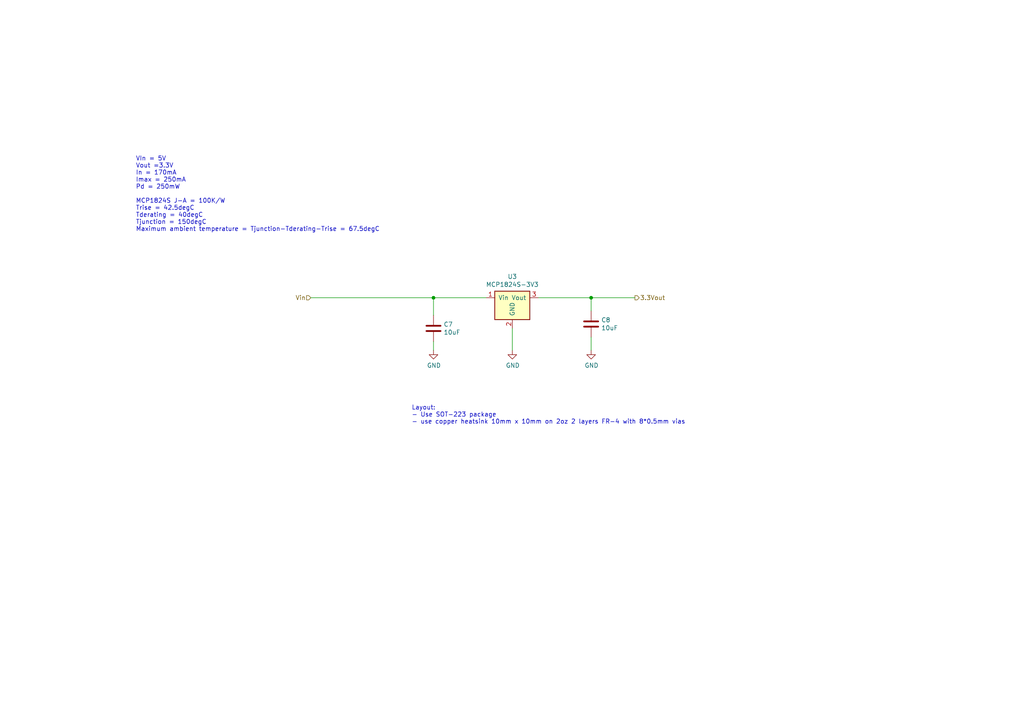
<source format=kicad_sch>
(kicad_sch (version 20211123) (generator eeschema)
  (paper "A4")
  (title_block (title "Power supply LDO 300mA 200mV droput") (company "ODiaz") (comment 1 "Orlando Diaz"))
  (lib_symbols
    (symbol "Capacitor_Ceramic_SMD_0603:10uF" (pin_numbers hide) (pin_names (offset 0.254))
      (property "Reference" "C" (at 0.635 2.54 0))
      (property "Value" "10uF" (at 0.635 -2.54 0))
      (symbol "10uF_0_1"
        (polyline (pts (xy -2.032 -0.762) (xy 2.032 -0.762)) (stroke (width 0.508)))
        (polyline (pts (xy -2.032 0.762) (xy 2.032 0.762)) (stroke (width 0.508)))
      )
      (symbol "10uF_1_1"
        (pin passive line (at 0 3.81 270) (length 2.794) (name "~") (number "1"))
        (pin passive line (at 0 -3.81 90) (length 2.794) (name "~") (number "2"))
      )
    )
    (symbol "IC_Power_Regulator:MCP1824S-3V3" (pin_names (offset 1.016))
      (property "Reference" "U" (at -4.572 4.318 0))
      (property "Value" "MCP1824S-3V3" (at 0 2.794 0))
      (symbol "MCP1824S-3V3_1_1"
        (rectangle (start -5.08 1.905) (end 5.08 -6.35) (stroke (width 0.254)) (fill (type background)))
        (pin power_in line (at -7.62 0 0) (length 2.54) (name "Vin") (number "1"))
        (pin power_in line (at 0 -8.89 90) (length 2.54) (name "GND") (number "2"))
        (pin power_out line (at 7.62 0 180) (length 2.54) (name "Vout") (number "3"))
      )
    )
    (symbol "power:GND" (power) (pin_names (offset 0))
      (property "Value" "GND" (at 0 -3.81 0))
      (symbol "GND_0_1"
        (polyline (pts (xy 0 0) (xy 0 -1.27) (xy 1.27 -1.27) (xy 0 -2.54) (xy -1.27 -1.27) (xy 0 -1.27)))
      )
      (symbol "GND_1_1"
        (pin power_in line (at 0 0 270) (length 0) hide (name "GND") (number "1"))
      )
    )
  )
  (junction (at 125.73 86.36))
  (junction (at 171.45 86.36))
  (wire (pts (xy 171.45 101.6) (xy 171.45 97.79)))
  (wire (pts (xy 90.17 86.36) (xy 125.73 86.36)))
  (wire (pts (xy 148.59 101.6) (xy 148.59 95.25)))
  (wire (pts (xy 125.73 101.6) (xy 125.73 99.06)))
  (wire (pts (xy 171.45 86.36) (xy 171.45 90.17)))
  (wire (pts (xy 125.73 91.44) (xy 125.73 86.36)))
  (wire (pts (xy 125.73 86.36) (xy 140.97 86.36)))
  (wire (pts (xy 156.21 86.36) (xy 171.45 86.36)))
  (wire (pts (xy 171.45 86.36) (xy 184.15 86.36)))
  (text "VIn = 5V\nVout =3.3V\nIn = 170mA\nImax = 250mA\nPd = 250mW\n\nMCP1824S J-A = 100K/W\nTrise = 42.5degC\nTderating = 40degC\nTjunction = 150degC\nMaximum ambient temperature = Tjunction-Tderating-Trise = 67.5degC" (at 39.37 67.31 0) (effects (font (size 1.27 1.27)) (justify left bottom)))
  (text "Layout:\n- Use SOT-223 package\n- use copper heatsink 10mm x 10mm on 2oz 2 layers FR-4 with 8*0.5mm vias" (at 119.38 123.19 0) (effects (font (size 1.27 1.27)) (justify left bottom)))
  (hierarchical_label "3.3Vout" (shape output) (at 184.15 86.36 0))
  (hierarchical_label "Vin" (shape input) (at 90.17 86.36 180))
  (symbol (lib_id "power:GND") (at 148.59 101.6 0) (unit 1)
    (property "Reference" "#PWR019" (effects hide))
    (property "Value" "GND" (at 148.717 105.9942 0))
  )
  (symbol (lib_id "power:GND") (at 125.73 101.6 0) (unit 1)
    (property "Reference" "#PWR018" (effects hide))
    (property "Value" "GND" (at 125.857 105.9942 0))
  )
  (symbol (lib_id "power:GND") (at 171.45 101.6 0) (unit 1)
    (property "Reference" "#PWR020" (effects hide))
    (property "Value" "GND" (at 171.577 105.9942 0))
  )
  (symbol (lib_id "IC_Power_Regulator:MCP1824S-3V3") (at 148.59 86.36 0) (unit 1)
    (property "Reference" "U3" (at 148.59 80.2132 0))
    (property "Value" "MCP1824S-3V3" (at 148.59 82.5246 0))
    (property "Footprint" "Package_TO_SOT_SMD:SOT-223-3_TabPin2" (effects hide))
    (property "Datasheet" "https://eu.mouser.com/datasheet/2/268/22070a-53890.pdf" (effects hide))
    (property "MPN" "MCP1824ST-3302E/DB" (effects hide))
    (property "Manufacturer" "Microchip" (effects hide))
    (property "Description" "300 mA,200mV dropout, 3.3V, SOT-223-3, Low Voltage, Low Quiescent Current LDO Regulator" (effects hide))
    (property "Installed" "NI" (effects hide))
    (property "Generic" "0" (effects hide))
    (property "Reviewed" "No" (effects hide))
  )
  (symbol (lib_id "Capacitor_Ceramic_SMD_0603:10uF") (at 171.45 93.98 0) (unit 1)
    (property "Reference" "C8" (at 174.371 92.8116 0) (effects (justify left)))
    (property "Value" "10uF" (at 174.371 95.123 0) (effects (justify left)))
    (property "Footprint" "Capacitor_SMD:C_0805_2012Metric" (effects hide))
    (property "MPN" "GRM21BR6YA106KE43L " (effects hide))
    (property "Manufacturer" "Murata" (effects hide))
    (property "Description" "10uF 10% 35V X5R 0805" (effects hide))
    (property "Generic" "1" (effects hide))
    (property "Installed" "NI" (effects hide))
  )
  (symbol (lib_id "Capacitor_Ceramic_SMD_0603:10uF") (at 125.73 95.25 0) (unit 1)
    (property "Reference" "C7" (at 128.651 94.0816 0) (effects (justify left)))
    (property "Value" "10uF" (at 128.651 96.393 0) (effects (justify left)))
    (property "Footprint" "Capacitor_SMD:C_0805_2012Metric" (effects hide))
    (property "MPN" "GRM21BR6YA106KE43L " (effects hide))
    (property "Manufacturer" "Murata" (effects hide))
    (property "Description" "10uF 10% 35V X5R 0805" (effects hide))
    (property "Generic" "1" (effects hide))
    (property "Installed" "NI" (effects hide))
  )
)
</source>
